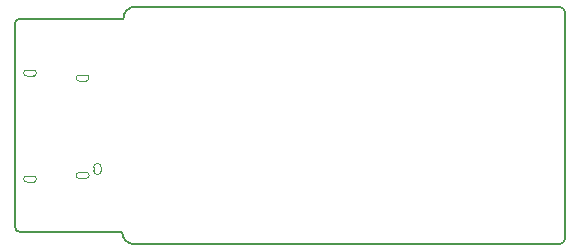
<source format=gbr>
G04 #@! TF.GenerationSoftware,KiCad,Pcbnew,(5.1.6)-1*
G04 #@! TF.CreationDate,2020-07-22T20:18:03-04:00*
G04 #@! TF.ProjectId,eflashy32,65666c61-7368-4793-9332-2e6b69636164,rev?*
G04 #@! TF.SameCoordinates,Original*
G04 #@! TF.FileFunction,Profile,NP*
%FSLAX46Y46*%
G04 Gerber Fmt 4.6, Leading zero omitted, Abs format (unit mm)*
G04 Created by KiCad (PCBNEW (5.1.6)-1) date 2020-07-22 20:18:03*
%MOMM*%
%LPD*%
G01*
G04 APERTURE LIST*
G04 #@! TA.AperFunction,Profile*
%ADD10C,0.150000*%
G04 #@! TD*
G04 #@! TA.AperFunction,Profile*
%ADD11C,0.100000*%
G04 #@! TD*
G04 APERTURE END LIST*
D10*
X89455000Y-47980000D02*
X80855000Y-47980000D01*
X90455000Y-48980000D02*
G75*
G02*
X89455000Y-47980000I0J1000000D01*
G01*
X89555000Y-29880000D02*
G75*
G02*
X90555000Y-28880000I1000000J0D01*
G01*
X89555000Y-29880000D02*
X80855000Y-29880000D01*
X80355000Y-30380000D02*
G75*
G02*
X80855000Y-29880000I500000J0D01*
G01*
X80855000Y-47980000D02*
G75*
G02*
X80355000Y-47480000I0J500000D01*
G01*
X126955000Y-48480000D02*
G75*
G02*
X126455000Y-48980000I-500000J0D01*
G01*
X126455000Y-28880000D02*
G75*
G02*
X126955000Y-29380000I0J-500000D01*
G01*
X126955000Y-48480000D02*
X126955000Y-29380000D01*
X90455000Y-48980000D02*
X126455000Y-48980000D01*
X80355000Y-30380000D02*
X80355000Y-47480000D01*
X126455000Y-28880000D02*
X90555000Y-28880000D01*
D11*
X81355000Y-43220000D02*
X81655000Y-43220000D01*
X81655000Y-43720000D02*
X81355000Y-43720000D01*
X81955000Y-43720000D02*
X81655000Y-43720000D01*
X81655000Y-43220000D02*
X81955000Y-43220000D01*
X81355000Y-34240000D02*
X81655000Y-34240000D01*
X81655000Y-34740000D02*
X81355000Y-34740000D01*
X81955000Y-34740000D02*
X81655000Y-34740000D01*
X81655000Y-34240000D02*
X81955000Y-34240000D01*
X87680000Y-42480000D02*
X87680000Y-42630000D01*
X87030000Y-42630000D02*
X87030000Y-42480000D01*
X87030000Y-42780000D02*
X87030000Y-42630000D01*
X87680000Y-42630000D02*
X87680000Y-42780000D01*
X85805000Y-42910000D02*
X86105000Y-42910000D01*
X86105000Y-43410000D02*
X85805000Y-43410000D01*
X86405000Y-43410000D02*
X86105000Y-43410000D01*
X86105000Y-42910000D02*
X86405000Y-42910000D01*
X85805000Y-34650000D02*
X86105000Y-34650000D01*
X86105000Y-35150000D02*
X85805000Y-35150000D01*
X86405000Y-35150000D02*
X86105000Y-35150000D01*
X86105000Y-34650000D02*
X86405000Y-34650000D01*
X86405000Y-34650000D02*
G75*
G02*
X86655000Y-34900000I0J-250000D01*
G01*
X86655000Y-34900000D02*
G75*
G02*
X86405000Y-35150000I-250000J0D01*
G01*
X85805000Y-35150000D02*
G75*
G02*
X85555000Y-34900000I0J250000D01*
G01*
X85555000Y-34900000D02*
G75*
G02*
X85805000Y-34650000I250000J0D01*
G01*
X86405000Y-42910000D02*
G75*
G02*
X86655000Y-43160000I0J-250000D01*
G01*
X86655000Y-43160000D02*
G75*
G02*
X86405000Y-43410000I-250000J0D01*
G01*
X85805000Y-43410000D02*
G75*
G02*
X85555000Y-43160000I0J250000D01*
G01*
X85555000Y-43160000D02*
G75*
G02*
X85805000Y-42910000I250000J0D01*
G01*
X87680000Y-42780000D02*
G75*
G02*
X87355000Y-43105000I-325000J0D01*
G01*
X87355000Y-43105000D02*
G75*
G02*
X87030000Y-42780000I0J325000D01*
G01*
X87030000Y-42480000D02*
G75*
G02*
X87355000Y-42155000I325000J0D01*
G01*
X87355000Y-42155000D02*
G75*
G02*
X87680000Y-42480000I0J-325000D01*
G01*
X81955000Y-34240000D02*
G75*
G02*
X82205000Y-34490000I0J-250000D01*
G01*
X82205000Y-34490000D02*
G75*
G02*
X81955000Y-34740000I-250000J0D01*
G01*
X81355000Y-34740000D02*
G75*
G02*
X81105000Y-34490000I0J250000D01*
G01*
X81105000Y-34490000D02*
G75*
G02*
X81355000Y-34240000I250000J0D01*
G01*
X81955000Y-43220000D02*
G75*
G02*
X82205000Y-43470000I0J-250000D01*
G01*
X82205000Y-43470000D02*
G75*
G02*
X81955000Y-43720000I-250000J0D01*
G01*
X81355000Y-43720000D02*
G75*
G02*
X81105000Y-43470000I0J250000D01*
G01*
X81105000Y-43470000D02*
G75*
G02*
X81355000Y-43220000I250000J0D01*
G01*
M02*

</source>
